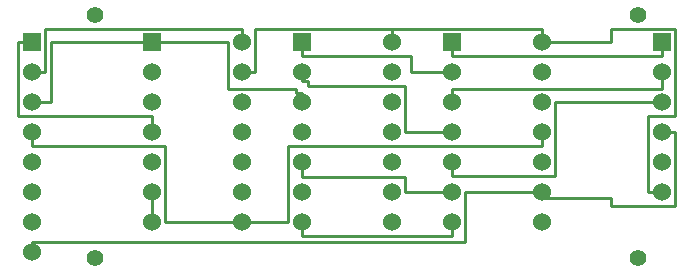
<source format=gbr>
G04 start of page 2 for group 0 idx 0 *
G04 Title: (unknown), top *
G04 Creator: pcb 4.2.2 *
G04 CreationDate: Sun May  5 21:26:13 2024 UTC *
G04 For: steve *
G04 Format: Gerber/RS-274X *
G04 PCB-Dimensions (mil): 2500.00 1000.00 *
G04 PCB-Coordinate-Origin: lower left *
%MOIN*%
%FSLAX25Y25*%
%LNTOP*%
%ADD17C,0.0280*%
%ADD16C,0.0380*%
%ADD15C,0.0300*%
%ADD14C,0.0560*%
%ADD13C,0.0600*%
%ADD12C,0.0001*%
%ADD11C,0.0100*%
G54D11*X160000Y20000D02*Y15500D01*
X160000Y15500D02*X110000D01*
X164500Y30000D02*Y13300D01*
X160000Y30000D02*X144500D01*
X110000Y20000D02*Y15500D01*
X164500Y13300D02*X20000D01*
Y10000D01*
X105500Y20000D02*X90000D01*
X90000D02*X64500D01*
X60000Y30000D02*Y20000D01*
Y55500D02*Y50000D01*
X64500Y45500D02*Y20000D01*
X64500Y45500D02*X20000D01*
X60000Y55500D02*X15500D01*
Y80000D02*Y55500D01*
X20000Y80000D02*X15500D01*
X20000Y50000D02*Y45500D01*
X24500Y70000D02*X20000D01*
X85500Y80000D02*X60000D01*
X60000D02*X26500D01*
Y60000D01*
X26500Y60000D02*X20000D01*
X24500Y84500D02*Y70000D01*
X90000Y84500D02*X24500D01*
X140000D02*X94500D01*
X146500Y75500D02*X110000D01*
Y80000D02*Y75500D01*
X94500Y84500D02*Y70000D01*
X105500Y45500D02*Y20000D01*
X108000Y64500D02*X85500D01*
X108000D02*Y63000D01*
X110000Y63000D02*X108000D01*
X110000D02*Y60000D01*
X112000Y67000D02*Y65500D01*
X94500Y70000D02*X90000D01*
X85500Y80000D02*Y64500D01*
X90000Y84500D02*Y80000D01*
X144500Y65500D02*Y50000D01*
X144500Y65500D02*X112000D01*
X160000Y64500D02*Y60000D01*
X112000Y67000D02*X110000D01*
Y70000D02*Y67000D01*
X140000Y84500D02*Y80000D01*
X190000Y84500D02*X140000D01*
X160000Y70000D02*X146500D01*
Y75500D02*Y70000D01*
X160000Y80000D02*Y75500D01*
X230000Y30000D02*X225500D01*
Y55500D02*Y30000D01*
X234500Y55500D02*X225500D01*
X234500Y50000D02*X230000D01*
X234500D02*Y25500D01*
X190000Y30000D02*X164500D01*
X234500Y25500D02*X213300D01*
X213300Y28000D02*X190000D01*
Y30000D02*Y28000D01*
X194500Y35500D02*X160000D01*
X213300Y28000D02*Y25500D01*
X190000Y45500D02*X105500D01*
X160000Y50000D02*X144500D01*
X190000D02*Y45500D01*
X194500Y60000D02*Y35500D01*
X144500Y35000D02*Y30000D01*
X144500Y35000D02*X110000D01*
Y40000D02*Y35000D01*
X160000Y40000D02*Y35500D01*
X190000Y84500D02*Y80000D01*
X213300Y84500D02*Y80000D01*
X213300Y80000D02*X190000D01*
X230000Y75500D02*X160000D01*
X234500Y84500D02*Y55500D01*
X234500Y84500D02*X213300D01*
X230000Y80000D02*Y75500D01*
X230000Y60000D02*X194500D01*
X230000Y70000D02*Y64500D01*
X230000Y64500D02*X160000D01*
G54D12*G36*
X227000Y83000D02*Y77000D01*
X233000D01*
Y83000D01*
X227000D01*
G37*
G54D13*X230000Y70000D03*
Y60000D03*
Y50000D03*
Y40000D03*
Y30000D03*
X20000Y50000D03*
Y40000D03*
Y30000D03*
Y20000D03*
G54D12*G36*
X17000Y83000D02*Y77000D01*
X23000D01*
Y83000D01*
X17000D01*
G37*
G54D13*X20000Y70000D03*
Y60000D03*
Y10000D03*
G54D12*G36*
X57000Y83000D02*Y77000D01*
X63000D01*
Y83000D01*
X57000D01*
G37*
G54D13*X60000Y70000D03*
Y60000D03*
Y50000D03*
X90000D03*
Y60000D03*
Y70000D03*
Y80000D03*
G54D12*G36*
X107000Y83000D02*Y77000D01*
X113000D01*
Y83000D01*
X107000D01*
G37*
G54D13*X110000Y70000D03*
X60000Y40000D03*
X90000D03*
X140000D03*
Y50000D03*
X60000Y30000D03*
Y20000D03*
X90000D03*
Y30000D03*
X140000Y20000D03*
Y30000D03*
X110000Y50000D03*
Y40000D03*
Y30000D03*
Y20000D03*
X190000D03*
Y30000D03*
Y40000D03*
Y50000D03*
Y60000D03*
Y70000D03*
Y80000D03*
X110000Y60000D03*
X140000D03*
Y70000D03*
Y80000D03*
G54D12*G36*
X157000Y83000D02*Y77000D01*
X163000D01*
Y83000D01*
X157000D01*
G37*
G54D13*X160000Y70000D03*
Y60000D03*
Y50000D03*
Y40000D03*
Y30000D03*
Y20000D03*
G54D14*X41000Y89000D03*
Y8000D03*
X222000D03*
Y89000D03*
G54D15*G54D16*G54D17*M02*

</source>
